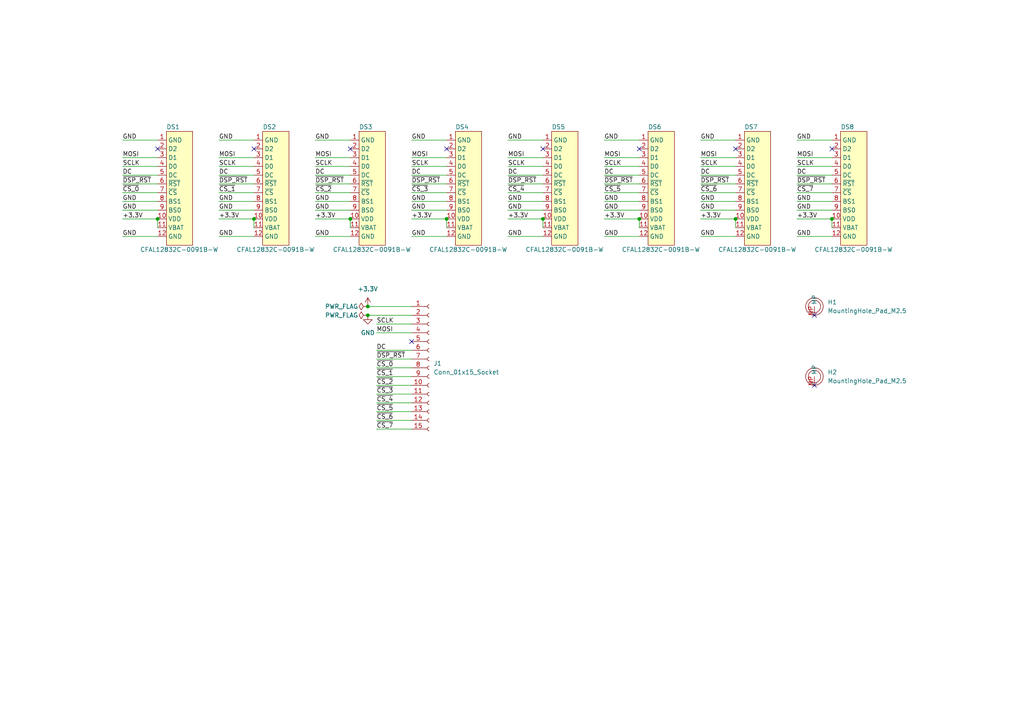
<source format=kicad_sch>
(kicad_sch (version 20230121) (generator eeschema)
  (paper "A4")
  (lib_symbols
    (symbol "Connector:Conn_01x15_Socket" (pin_names (offset 1.016) hide)
      (property "Reference" "J" (at 0 20.32 0))
      (property "Value" "Conn_01x15_Socket" (at 0 -20.32 0))
      (symbol "Conn_01x15_Socket_1_1"
        (arc (start 0 -17.272) (mid -0.5058 -17.78) (end 0 -18.288) (stroke (width 0.1524)))
        (arc (start 0 -14.732) (mid -0.5058 -15.24) (end 0 -15.748) (stroke (width 0.1524)))
        (arc (start 0 -12.192) (mid -0.5058 -12.7) (end 0 -13.208) (stroke (width 0.1524)))
        (arc (start 0 -9.652) (mid -0.5058 -10.16) (end 0 -10.668) (stroke (width 0.1524)))
        (arc (start 0 -7.112) (mid -0.5058 -7.62) (end 0 -8.128) (stroke (width 0.1524)))
        (arc (start 0 -4.572) (mid -0.5058 -5.08) (end 0 -5.588) (stroke (width 0.1524)))
        (arc (start 0 -2.032) (mid -0.5058 -2.54) (end 0 -3.048) (stroke (width 0.1524)))
        (polyline (pts (xy -1.27 -17.78) (xy -0.508 -17.78)) (stroke (width 0.1524)))
        (polyline (pts (xy -1.27 -15.24) (xy -0.508 -15.24)) (stroke (width 0.1524)))
        (polyline (pts (xy -1.27 -12.7) (xy -0.508 -12.7)) (stroke (width 0.1524)))
        (polyline (pts (xy -1.27 -10.16) (xy -0.508 -10.16)) (stroke (width 0.1524)))
        (polyline (pts (xy -1.27 -7.62) (xy -0.508 -7.62)) (stroke (width 0.1524)))
        (polyline (pts (xy -1.27 -5.08) (xy -0.508 -5.08)) (stroke (width 0.1524)))
        (polyline (pts (xy -1.27 -2.54) (xy -0.508 -2.54)) (stroke (width 0.1524)))
        (polyline (pts (xy -1.27 0) (xy -0.508 0)) (stroke (width 0.1524)))
        (polyline (pts (xy -1.27 2.54) (xy -0.508 2.54)) (stroke (width 0.1524)))
        (polyline (pts (xy -1.27 5.08) (xy -0.508 5.08)) (stroke (width 0.1524)))
        (polyline (pts (xy -1.27 7.62) (xy -0.508 7.62)) (stroke (width 0.1524)))
        (polyline (pts (xy -1.27 10.16) (xy -0.508 10.16)) (stroke (width 0.1524)))
        (polyline (pts (xy -1.27 12.7) (xy -0.508 12.7)) (stroke (width 0.1524)))
        (polyline (pts (xy -1.27 15.24) (xy -0.508 15.24)) (stroke (width 0.1524)))
        (polyline (pts (xy -1.27 17.78) (xy -0.508 17.78)) (stroke (width 0.1524)))
        (arc (start 0 0.508) (mid -0.5058 0) (end 0 -0.508) (stroke (width 0.1524)))
        (arc (start 0 3.048) (mid -0.5058 2.54) (end 0 2.032) (stroke (width 0.1524)))
        (arc (start 0 5.588) (mid -0.5058 5.08) (end 0 4.572) (stroke (width 0.1524)))
        (arc (start 0 8.128) (mid -0.5058 7.62) (end 0 7.112) (stroke (width 0.1524)))
        (arc (start 0 10.668) (mid -0.5058 10.16) (end 0 9.652) (stroke (width 0.1524)))
        (arc (start 0 13.208) (mid -0.5058 12.7) (end 0 12.192) (stroke (width 0.1524)))
        (arc (start 0 15.748) (mid -0.5058 15.24) (end 0 14.732) (stroke (width 0.1524)))
        (arc (start 0 18.288) (mid -0.5058 17.78) (end 0 17.272) (stroke (width 0.1524)))
        (pin passive line (at -5.08 17.78 0) (length 3.81) (name "Pin_1") (number "1"))
        (pin passive line (at -5.08 -5.08 0) (length 3.81) (name "Pin_10") (number "10"))
        (pin passive line (at -5.08 -7.62 0) (length 3.81) (name "Pin_11") (number "11"))
        (pin passive line (at -5.08 -10.16 0) (length 3.81) (name "Pin_12") (number "12"))
        (pin passive line (at -5.08 -12.7 0) (length 3.81) (name "Pin_13") (number "13"))
        (pin passive line (at -5.08 -15.24 0) (length 3.81) (name "Pin_14") (number "14"))
        (pin passive line (at -5.08 -17.78 0) (length 3.81) (name "Pin_15") (number "15"))
        (pin passive line (at -5.08 15.24 0) (length 3.81) (name "Pin_2") (number "2"))
        (pin passive line (at -5.08 12.7 0) (length 3.81) (name "Pin_3") (number "3"))
        (pin passive line (at -5.08 10.16 0) (length 3.81) (name "Pin_4") (number "4"))
        (pin passive line (at -5.08 7.62 0) (length 3.81) (name "Pin_5") (number "5"))
        (pin passive line (at -5.08 5.08 0) (length 3.81) (name "Pin_6") (number "6"))
        (pin passive line (at -5.08 2.54 0) (length 3.81) (name "Pin_7") (number "7"))
        (pin passive line (at -5.08 0 0) (length 3.81) (name "Pin_8") (number "8"))
        (pin passive line (at -5.08 -2.54 0) (length 3.81) (name "Pin_9") (number "9"))
      )
    )
    (symbol "MPP_Display_Graphic:CFAL12832C-0091B-W"
      (property "Reference" "DS" (at 1.27 19.05 0))
      (property "Value" "CFAL12832C-0091B-W" (at 11.43 16.51 0))
      (symbol "CFAL12832C-0091B-W_1_1"
        (rectangle (start 0 15.24) (end 7.62 -17.78) (fill (type background)))
        (pin power_in line (at -2.54 12.7 0) (length 2.54) (name "GND") (number "1"))
        (pin power_in line (at -2.54 -10.16 0) (length 2.54) (name "VDD") (number "10"))
        (pin power_in line (at -2.54 -12.7 0) (length 2.54) (name "VBAT") (number "11"))
        (pin power_in line (at -2.54 -15.24 0) (length 2.54) (name "GND") (number "12"))
        (pin bidirectional line (at -2.54 10.16 0) (length 2.54) (name "D2") (number "2"))
        (pin bidirectional line (at -2.54 7.62 0) (length 2.54) (name "D1") (number "3"))
        (pin bidirectional line (at -2.54 5.08 0) (length 2.54) (name "D0") (number "4"))
        (pin bidirectional line (at -2.54 2.54 0) (length 2.54) (name "DC") (number "5"))
        (pin bidirectional line (at -2.54 0 0) (length 2.54) (name "~{RST}") (number "6"))
        (pin bidirectional line (at -2.54 -2.54 0) (length 2.54) (name "~{CS}") (number "7"))
        (pin input line (at -2.54 -5.08 0) (length 2.54) (name "BS1") (number "8"))
        (pin input line (at -2.54 -7.62 0) (length 2.54) (name "BS0") (number "9"))
      )
    )
    (symbol "MPP_Mechanical:MountingHole_Pad_M2.5"
      (property "Reference" "H" (at 2.54 2.54 0))
      (property "Value" "MountingHole_Pad_M2.5" (at 0 4.445 0))
      (symbol "MountingHole_Pad_M2.5_0_1"
        (circle (center 0 0) (radius 2.54))
      )
      (symbol "MountingHole_Pad_M2.5_1_1"
        (circle (center 0 0) (radius 1.7961))
        (pin passive line (at 0 -2.54 90) (length 2.54) (name "MP") (number "MP"))
      )
    )
    (symbol "power:+3.3V" (power) (pin_names (offset 0))
      (property "Value" "+3.3V" (at 0 3.556 0))
      (symbol "+3.3V_0_1"
        (polyline (pts (xy -0.762 1.27) (xy 0 2.54)))
        (polyline (pts (xy 0 0) (xy 0 2.54)))
        (polyline (pts (xy 0 2.54) (xy 0.762 1.27)))
      )
      (symbol "+3.3V_1_1"
        (pin power_in line (at 0 0 90) (length 0) hide (name "+3.3V") (number "1"))
      )
    )
    (symbol "power:GND" (power) (pin_names (offset 0))
      (property "Value" "GND" (at 0 -3.81 0))
      (symbol "GND_0_1"
        (polyline (pts (xy 0 0) (xy 0 -1.27) (xy 1.27 -1.27) (xy 0 -2.54) (xy -1.27 -1.27) (xy 0 -1.27)))
      )
      (symbol "GND_1_1"
        (pin power_in line (at 0 0 270) (length 0) hide (name "GND") (number "1"))
      )
    )
    (symbol "power:PWR_FLAG" (power) (pin_numbers hide) (pin_names (offset 0) hide)
      (property "Value" "PWR_FLAG" (at 0 3.81 0))
      (symbol "PWR_FLAG_0_0"
        (pin power_out line (at 0 0 90) (length 0) (name "pwr") (number "1"))
      )
      (symbol "PWR_FLAG_0_1"
        (polyline (pts (xy 0 0) (xy 0 1.27) (xy -1.016 1.905) (xy 0 2.54) (xy 1.016 1.905) (xy 0 1.27)))
      )
    )
  )
  (junction (at 157.48 63.5))
  (junction (at 45.72 63.5))
  (junction (at 213.36 63.5))
  (junction (at 129.54 63.5))
  (junction (at 185.42 63.5))
  (junction (at 101.6 63.5))
  (junction (at 106.68 91.44))
  (junction (at 73.66 63.5))
  (junction (at 106.68 88.9))
  (junction (at 241.3 63.5))
  (no_connect (at 45.72 43.18))
  (no_connect (at 157.48 43.18))
  (no_connect (at 241.3 43.18))
  (no_connect (at 73.66 43.18))
  (no_connect (at 236.22 111.76))
  (no_connect (at 185.42 43.18))
  (no_connect (at 101.6 43.18))
  (no_connect (at 236.22 91.44))
  (no_connect (at 119.38 99.06))
  (no_connect (at 213.36 43.18))
  (no_connect (at 129.54 43.18))
  (wire (pts (xy 35.56 50.8) (xy 45.72 50.8)))
  (wire (pts (xy 63.5 58.42) (xy 73.66 58.42)))
  (wire (pts (xy 203.2 58.42) (xy 213.36 58.42)))
  (wire (pts (xy 109.22 109.22) (xy 119.38 109.22)))
  (wire (pts (xy 231.14 63.5) (xy 241.3 63.5)))
  (wire (pts (xy 91.44 58.42) (xy 101.6 58.42)))
  (wire (pts (xy 231.14 55.88) (xy 241.3 55.88)))
  (wire (pts (xy 203.2 40.64) (xy 213.36 40.64)))
  (wire (pts (xy 91.44 68.58) (xy 101.6 68.58)))
  (wire (pts (xy 35.56 48.26) (xy 45.72 48.26)))
  (wire (pts (xy 91.44 53.34) (xy 101.6 53.34)))
  (wire (pts (xy 203.2 60.96) (xy 213.36 60.96)))
  (wire (pts (xy 109.22 96.52) (xy 119.38 96.52)))
  (wire (pts (xy 119.38 48.26) (xy 129.54 48.26)))
  (wire (pts (xy 119.38 63.5) (xy 129.54 63.5)))
  (wire (pts (xy 35.56 58.42) (xy 45.72 58.42)))
  (wire (pts (xy 175.26 45.72) (xy 185.42 45.72)))
  (wire (pts (xy 231.14 50.8) (xy 241.3 50.8)))
  (wire (pts (xy 35.56 55.88) (xy 45.72 55.88)))
  (wire (pts (xy 109.22 106.68) (xy 119.38 106.68)))
  (wire (pts (xy 203.2 45.72) (xy 213.36 45.72)))
  (wire (pts (xy 35.56 60.96) (xy 45.72 60.96)))
  (wire (pts (xy 63.5 40.64) (xy 73.66 40.64)))
  (wire (pts (xy 231.14 58.42) (xy 241.3 58.42)))
  (wire (pts (xy 119.38 55.88) (xy 129.54 55.88)))
  (wire (pts (xy 119.38 60.96) (xy 129.54 60.96)))
  (wire (pts (xy 175.26 53.34) (xy 185.42 53.34)))
  (wire (pts (xy 175.26 63.5) (xy 185.42 63.5)))
  (wire (pts (xy 231.14 53.34) (xy 241.3 53.34)))
  (wire (pts (xy 213.36 63.5) (xy 213.36 66.04)))
  (wire (pts (xy 203.2 50.8) (xy 213.36 50.8)))
  (wire (pts (xy 63.5 53.34) (xy 73.66 53.34)))
  (wire (pts (xy 175.26 58.42) (xy 185.42 58.42)))
  (wire (pts (xy 109.22 114.3) (xy 119.38 114.3)))
  (wire (pts (xy 231.14 45.72) (xy 241.3 45.72)))
  (wire (pts (xy 157.48 63.5) (xy 157.48 66.04)))
  (wire (pts (xy 147.32 68.58) (xy 157.48 68.58)))
  (wire (pts (xy 203.2 63.5) (xy 213.36 63.5)))
  (wire (pts (xy 109.22 119.38) (xy 119.38 119.38)))
  (wire (pts (xy 129.54 63.5) (xy 129.54 66.04)))
  (wire (pts (xy 45.72 63.5) (xy 45.72 66.04)))
  (wire (pts (xy 101.6 63.5) (xy 101.6 66.04)))
  (wire (pts (xy 175.26 48.26) (xy 185.42 48.26)))
  (wire (pts (xy 63.5 55.88) (xy 73.66 55.88)))
  (wire (pts (xy 119.38 68.58) (xy 129.54 68.58)))
  (wire (pts (xy 109.22 121.92) (xy 119.38 121.92)))
  (wire (pts (xy 106.68 91.44) (xy 119.38 91.44)))
  (wire (pts (xy 175.26 60.96) (xy 185.42 60.96)))
  (wire (pts (xy 91.44 55.88) (xy 101.6 55.88)))
  (wire (pts (xy 63.5 60.96) (xy 73.66 60.96)))
  (wire (pts (xy 119.38 58.42) (xy 129.54 58.42)))
  (wire (pts (xy 91.44 60.96) (xy 101.6 60.96)))
  (wire (pts (xy 175.26 40.64) (xy 185.42 40.64)))
  (wire (pts (xy 147.32 60.96) (xy 157.48 60.96)))
  (wire (pts (xy 119.38 40.64) (xy 129.54 40.64)))
  (wire (pts (xy 109.22 124.46) (xy 119.38 124.46)))
  (wire (pts (xy 109.22 111.76) (xy 119.38 111.76)))
  (wire (pts (xy 91.44 50.8) (xy 101.6 50.8)))
  (wire (pts (xy 63.5 48.26) (xy 73.66 48.26)))
  (wire (pts (xy 175.26 50.8) (xy 185.42 50.8)))
  (wire (pts (xy 63.5 45.72) (xy 73.66 45.72)))
  (wire (pts (xy 175.26 55.88) (xy 185.42 55.88)))
  (wire (pts (xy 231.14 48.26) (xy 241.3 48.26)))
  (wire (pts (xy 35.56 53.34) (xy 45.72 53.34)))
  (wire (pts (xy 147.32 48.26) (xy 157.48 48.26)))
  (wire (pts (xy 109.22 116.84) (xy 119.38 116.84)))
  (wire (pts (xy 35.56 40.64) (xy 45.72 40.64)))
  (wire (pts (xy 35.56 68.58) (xy 45.72 68.58)))
  (wire (pts (xy 119.38 45.72) (xy 129.54 45.72)))
  (wire (pts (xy 91.44 63.5) (xy 101.6 63.5)))
  (wire (pts (xy 119.38 50.8) (xy 129.54 50.8)))
  (wire (pts (xy 109.22 104.14) (xy 119.38 104.14)))
  (wire (pts (xy 63.5 63.5) (xy 73.66 63.5)))
  (wire (pts (xy 241.3 63.5) (xy 241.3 66.04)))
  (wire (pts (xy 231.14 40.64) (xy 241.3 40.64)))
  (wire (pts (xy 231.14 68.58) (xy 241.3 68.58)))
  (wire (pts (xy 147.32 58.42) (xy 157.48 58.42)))
  (wire (pts (xy 175.26 68.58) (xy 185.42 68.58)))
  (wire (pts (xy 147.32 55.88) (xy 157.48 55.88)))
  (wire (pts (xy 109.22 101.6) (xy 119.38 101.6)))
  (wire (pts (xy 203.2 48.26) (xy 213.36 48.26)))
  (wire (pts (xy 147.32 63.5) (xy 157.48 63.5)))
  (wire (pts (xy 106.68 88.9) (xy 119.38 88.9)))
  (wire (pts (xy 63.5 68.58) (xy 73.66 68.58)))
  (wire (pts (xy 73.66 63.5) (xy 73.66 66.04)))
  (wire (pts (xy 231.14 60.96) (xy 241.3 60.96)))
  (wire (pts (xy 203.2 55.88) (xy 213.36 55.88)))
  (wire (pts (xy 203.2 53.34) (xy 213.36 53.34)))
  (wire (pts (xy 35.56 45.72) (xy 45.72 45.72)))
  (wire (pts (xy 119.38 53.34) (xy 129.54 53.34)))
  (wire (pts (xy 185.42 63.5) (xy 185.42 66.04)))
  (wire (pts (xy 147.32 50.8) (xy 157.48 50.8)))
  (wire (pts (xy 147.32 45.72) (xy 157.48 45.72)))
  (wire (pts (xy 147.32 40.64) (xy 157.48 40.64)))
  (wire (pts (xy 63.5 50.8) (xy 73.66 50.8)))
  (wire (pts (xy 91.44 45.72) (xy 101.6 45.72)))
  (wire (pts (xy 35.56 63.5) (xy 45.72 63.5)))
  (wire (pts (xy 109.22 93.98) (xy 119.38 93.98)))
  (wire (pts (xy 203.2 68.58) (xy 213.36 68.58)))
  (wire (pts (xy 91.44 40.64) (xy 101.6 40.64)))
  (wire (pts (xy 91.44 48.26) (xy 101.6 48.26)))
  (wire (pts (xy 147.32 53.34) (xy 157.48 53.34)))
  (label "SCLK" (at 63.5 48.26 0))
  (label "DC" (at 35.56 50.8 0))
  (label "~{CS_0}" (at 35.56 55.88 0))
  (label "GND" (at 91.44 40.64 0))
  (label "DC" (at 109.22 101.6 0))
  (label "GND" (at 203.2 58.42 0))
  (label "GND" (at 231.14 40.64 0))
  (label "MOSI" (at 119.38 45.72 0))
  (label "GND" (at 35.56 58.42 0))
  (label "~{CS_5}" (at 175.26 55.88 0))
  (label "~{CS_7}" (at 109.22 124.46 0))
  (label "GND" (at 203.2 68.58 0))
  (label "GND" (at 35.56 68.58 0))
  (label "GND" (at 63.5 58.42 0))
  (label "GND" (at 203.2 60.96 0))
  (label "~{DSP_RST}" (at 109.22 104.14 0))
  (label "~{CS_6}" (at 109.22 121.92 0))
  (label "+3.3V" (at 91.44 63.5 0))
  (label "GND" (at 119.38 40.64 0))
  (label "DC" (at 231.14 50.8 0))
  (label "DC" (at 147.32 50.8 0))
  (label "SCLK" (at 109.22 93.98 0))
  (label "GND" (at 119.38 68.58 0))
  (label "GND" (at 63.5 60.96 0))
  (label "~{DSP_RST}" (at 147.32 53.34 0))
  (label "DC" (at 203.2 50.8 0))
  (label "GND" (at 35.56 40.64 0))
  (label "GND" (at 231.14 68.58 0))
  (label "~{DSP_RST}" (at 91.44 53.34 0))
  (label "GND" (at 231.14 58.42 0))
  (label "GND" (at 147.32 68.58 0))
  (label "SCLK" (at 119.38 48.26 0))
  (label "SCLK" (at 35.56 48.26 0))
  (label "~{DSP_RST}" (at 175.26 53.34 0))
  (label "GND" (at 147.32 40.64 0))
  (label "GND" (at 175.26 40.64 0))
  (label "~{CS_0}" (at 109.22 106.68 0))
  (label "DC" (at 175.26 50.8 0))
  (label "~{CS_7}" (at 231.14 55.88 0))
  (label "~{CS_3}" (at 109.22 114.3 0))
  (label "GND" (at 175.26 58.42 0))
  (label "GND" (at 147.32 58.42 0))
  (label "SCLK" (at 203.2 48.26 0))
  (label "GND" (at 175.26 68.58 0))
  (label "+3.3V" (at 63.5 63.5 0))
  (label "~{DSP_RST}" (at 119.38 53.34 0))
  (label "~{CS_3}" (at 119.38 55.88 0))
  (label "MOSI" (at 203.2 45.72 0))
  (label "GND" (at 119.38 60.96 0))
  (label "~{CS_6}" (at 203.2 55.88 0))
  (label "SCLK" (at 231.14 48.26 0))
  (label "GND" (at 63.5 40.64 0))
  (label "~{DSP_RST}" (at 203.2 53.34 0))
  (label "MOSI" (at 63.5 45.72 0))
  (label "+3.3V" (at 147.32 63.5 0))
  (label "+3.3V" (at 175.26 63.5 0))
  (label "SCLK" (at 91.44 48.26 0))
  (label "MOSI" (at 231.14 45.72 0))
  (label "+3.3V" (at 203.2 63.5 0))
  (label "MOSI" (at 175.26 45.72 0))
  (label "MOSI" (at 91.44 45.72 0))
  (label "GND" (at 91.44 60.96 0))
  (label "~{CS_1}" (at 63.5 55.88 0))
  (label "DC" (at 63.5 50.8 0))
  (label "+3.3V" (at 119.38 63.5 0))
  (label "GND" (at 175.26 60.96 0))
  (label "GND" (at 91.44 58.42 0))
  (label "GND" (at 119.38 58.42 0))
  (label "+3.3V" (at 231.14 63.5 0))
  (label "SCLK" (at 147.32 48.26 0))
  (label "~{DSP_RST}" (at 35.56 53.34 0))
  (label "~{CS_5}" (at 109.22 119.38 0))
  (label "DC" (at 91.44 50.8 0))
  (label "GND" (at 91.44 68.58 0))
  (label "SCLK" (at 175.26 48.26 0))
  (label "MOSI" (at 147.32 45.72 0))
  (label "MOSI" (at 35.56 45.72 0))
  (label "GND" (at 63.5 68.58 0))
  (label "GND" (at 147.32 60.96 0))
  (label "~{CS_4}" (at 109.22 116.84 0))
  (label "~{CS_1}" (at 109.22 109.22 0))
  (label "GND" (at 203.2 40.64 0))
  (label "~{DSP_RST}" (at 231.14 53.34 0))
  (label "+3.3V" (at 35.56 63.5 0))
  (label "MOSI" (at 109.22 96.52 0))
  (label "~{CS_2}" (at 91.44 55.88 0))
  (label "DC" (at 119.38 50.8 0))
  (label "~{CS_2}" (at 109.22 111.76 0))
  (label "GND" (at 231.14 60.96 0))
  (label "~{CS_4}" (at 147.32 55.88 0))
  (label "~{DSP_RST}" (at 63.5 53.34 0))
  (label "GND" (at 35.56 60.96 0))
  (symbol (lib_id "power:PWR_FLAG") (at 106.68 88.9 90) (unit 1)
    (property "Reference" "#FLG01" (effects hide))
    (property "Value" "PWR_FLAG" (at 99.06 88.9 90))
  )
  (symbol (lib_id "MPP_Display_Graphic:CFAL12832C-0091B-W") (at 48.26 53.34 0) (unit 1)
    (property "Reference" "DS1" (at 48.26 36.83 0) (effects (justify left)))
    (property "Value" "CFAL12832C-0091B-W" (at 40.64 72.39 0) (effects (justify left)))
    (property "Footprint" "MPP_Display:CFAL12832C-0091B-W" (effects hide))
    (property "Datasheet" "file:///C:/Users/marcp/Downloads/CFAL12832C-0091B-W_Datasheet%20(6).pdf" (effects hide))
  )
  (symbol (lib_id "MPP_Display_Graphic:CFAL12832C-0091B-W") (at 104.14 53.34 0) (unit 1)
    (property "Reference" "DS3" (at 104.14 36.83 0) (effects (justify left)))
    (property "Value" "CFAL12832C-0091B-W" (at 96.52 72.39 0) (effects (justify left)))
    (property "Footprint" "MPP_Display:CFAL12832C-0091B-W" (effects hide))
    (property "Datasheet" "file:///C:/Users/marcp/Downloads/CFAL12832C-0091B-W_Datasheet%20(6).pdf" (effects hide))
  )
  (symbol (lib_id "MPP_Display_Graphic:CFAL12832C-0091B-W") (at 243.84 53.34 0) (unit 1)
    (property "Reference" "DS8" (at 243.84 36.83 0) (effects (justify left)))
    (property "Value" "CFAL12832C-0091B-W" (at 236.22 72.39 0) (effects (justify left)))
    (property "Footprint" "MPP_Display:CFAL12832C-0091B-W" (effects hide))
    (property "Datasheet" "file:///C:/Users/marcp/Downloads/CFAL12832C-0091B-W_Datasheet%20(6).pdf" (effects hide))
  )
  (symbol (lib_id "MPP_Mechanical:MountingHole_Pad_M2.5") (at 236.22 109.22 0) (unit 1)
    (property "Reference" "H2" (at 240.03 107.95 0) (effects (justify left)))
    (property "Value" "MountingHole_Pad_M2.5" (at 240.03 110.49 0) (effects (justify left)))
    (property "Footprint" "MPP_MountingHole:MountingHole_M2.5" (effects hide))
  )
  (symbol (lib_id "power:PWR_FLAG") (at 106.68 91.44 90) (unit 1)
    (property "Reference" "#FLG02" (effects hide))
    (property "Value" "PWR_FLAG" (at 99.06 91.44 90))
  )
  (symbol (lib_id "power:GND") (at 106.68 91.44 0) (unit 1)
    (property "Reference" "#PWR02" (effects hide))
    (property "Value" "GND" (at 106.68 96.52 0))
  )
  (symbol (lib_id "MPP_Display_Graphic:CFAL12832C-0091B-W") (at 187.96 53.34 0) (unit 1)
    (property "Reference" "DS6" (at 187.96 36.83 0) (effects (justify left)))
    (property "Value" "CFAL12832C-0091B-W" (at 180.34 72.39 0) (effects (justify left)))
    (property "Footprint" "MPP_Display:CFAL12832C-0091B-W" (effects hide))
    (property "Datasheet" "file:///C:/Users/marcp/Downloads/CFAL12832C-0091B-W_Datasheet%20(6).pdf" (effects hide))
  )
  (symbol (lib_id "power:+3.3V") (at 106.68 88.9 0) (unit 1)
    (property "Reference" "#PWR01" (effects hide))
    (property "Value" "+3.3V" (at 106.68 83.82 0))
  )
  (symbol (lib_id "MPP_Display_Graphic:CFAL12832C-0091B-W") (at 160.02 53.34 0) (unit 1)
    (property "Reference" "DS5" (at 160.02 36.83 0) (effects (justify left)))
    (property "Value" "CFAL12832C-0091B-W" (at 152.4 72.39 0) (effects (justify left)))
    (property "Footprint" "MPP_Display:CFAL12832C-0091B-W" (effects hide))
    (property "Datasheet" "file:///C:/Users/marcp/Downloads/CFAL12832C-0091B-W_Datasheet%20(6).pdf" (effects hide))
  )
  (symbol (lib_id "MPP_Display_Graphic:CFAL12832C-0091B-W") (at 76.2 53.34 0) (unit 1)
    (property "Reference" "DS2" (at 76.2 36.83 0) (effects (justify left)))
    (property "Value" "CFAL12832C-0091B-W" (at 68.58 72.39 0) (effects (justify left)))
    (property "Footprint" "MPP_Display:CFAL12832C-0091B-W" (effects hide))
    (property "Datasheet" "file:///C:/Users/marcp/Downloads/CFAL12832C-0091B-W_Datasheet%20(6).pdf" (effects hide))
  )
  (symbol (lib_id "MPP_Mechanical:MountingHole_Pad_M2.5") (at 236.22 88.9 0) (unit 1)
    (property "Reference" "H1" (at 240.03 87.63 0) (effects (justify left)))
    (property "Value" "MountingHole_Pad_M2.5" (at 240.03 90.17 0) (effects (justify left)))
    (property "Footprint" "MPP_MountingHole:MountingHole_M2.5" (effects hide))
  )
  (symbol (lib_id "MPP_Display_Graphic:CFAL12832C-0091B-W") (at 215.9 53.34 0) (unit 1)
    (property "Reference" "DS7" (at 215.9 36.83 0) (effects (justify left)))
    (property "Value" "CFAL12832C-0091B-W" (at 208.28 72.39 0) (effects (justify left)))
    (property "Footprint" "MPP_Display:CFAL12832C-0091B-W" (effects hide))
    (property "Datasheet" "file:///C:/Users/marcp/Downloads/CFAL12832C-0091B-W_Datasheet%20(6).pdf" (effects hide))
  )
  (symbol (lib_id "MPP_Display_Graphic:CFAL12832C-0091B-W") (at 132.08 53.34 0) (unit 1)
    (property "Reference" "DS4" (at 132.08 36.83 0) (effects (justify left)))
    (property "Value" "CFAL12832C-0091B-W" (at 124.46 72.39 0) (effects (justify left)))
    (property "Footprint" "MPP_Display:CFAL12832C-0091B-W" (effects hide))
    (property "Datasheet" "file:///C:/Users/marcp/Downloads/CFAL12832C-0091B-W_Datasheet%20(6).pdf" (effects hide))
  )
  (symbol (lib_id "Connector:Conn_01x15_Socket") (at 124.46 106.68 0) (unit 1)
    (property "Reference" "J1" (at 125.73 105.41 0) (effects (justify left)))
    (property "Value" "Conn_01x15_Socket" (at 125.73 107.95 0) (effects (justify left)))
    (property "Footprint" "Connector_FFC-FPC:Hirose_FH12-15S-0.5SH_1x15-1MP_P0.50mm_Horizontal" (effects hide))
  )
)
</source>
